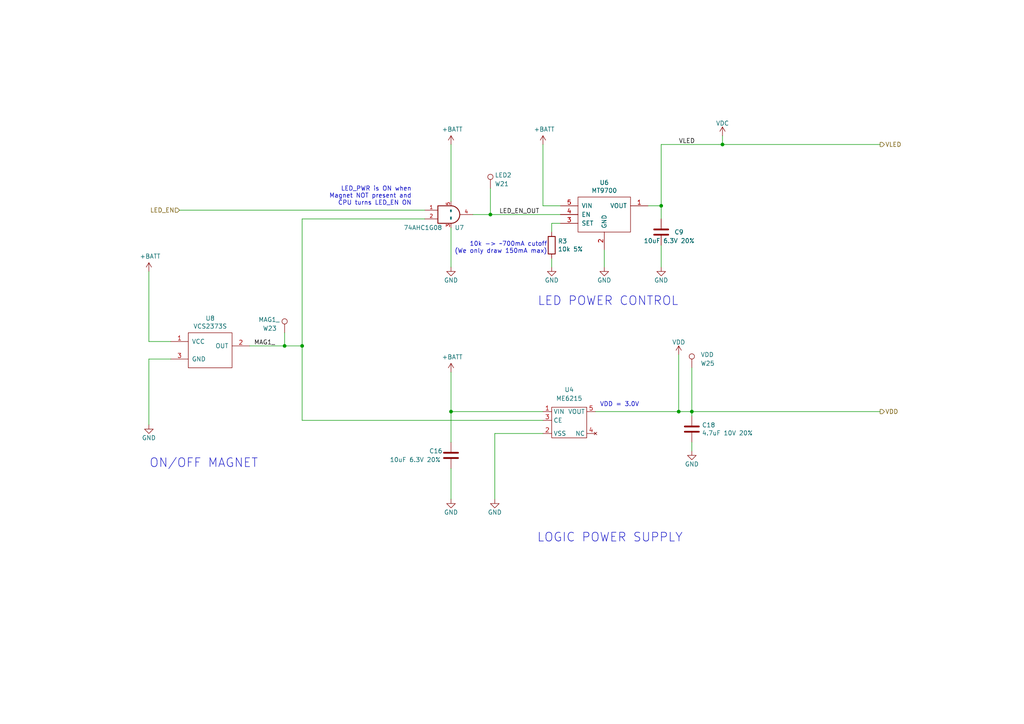
<source format=kicad_sch>
(kicad_sch (version 20230121) (generator eeschema)
  (paper "A4")
  (title_block (title "Pixels D20 Schematic, Main") (date "2022-08-26") (rev "13") (company "Systemic Games, LLC") (comment 1 "Power Regulation"))
  (lib_symbols
    (symbol "Device:C" (pin_numbers hide) (pin_names (offset 0.254))
      (property "Reference" "C" (at 0.635 2.54 0))
      (property "Value" "C" (at 0.635 -2.54 0))
      (symbol "C_0_1"
        (polyline (pts (xy -2.032 -0.762) (xy 2.032 -0.762)) (stroke (width 0.508)))
        (polyline (pts (xy -2.032 0.762) (xy 2.032 0.762)) (stroke (width 0.508)))
      )
      (symbol "C_1_1"
        (pin passive line (at 0 3.81 270) (length 2.794) (name "~") (number "1"))
        (pin passive line (at 0 -3.81 90) (length 2.794) (name "~") (number "2"))
      )
    )
    (symbol "Device:R" (pin_numbers hide) (pin_names (offset 0))
      (property "Reference" "R" (at 2.032 0 90))
      (property "Value" "R" (at 0 0 90))
      (symbol "R_0_1"
        (rectangle (start -1.016 -2.54) (end 1.016 2.54) (stroke (width 0.254)))
      )
      (symbol "R_1_1"
        (pin passive line (at 0 3.81 270) (length 1.27) (name "~") (number "1"))
        (pin passive line (at 0 -3.81 90) (length 1.27) (name "~") (number "2"))
      )
    )
    (symbol "Pixels-dice:74AHC1G08" (pin_names (offset 1.016))
      (property "Reference" "U" (at -2.54 3.81 0))
      (property "Value" "74AHC1G08" (at 0 -3.81 0))
      (symbol "74AHC1G08_0_1"
        (arc (start 0 -2.54) (mid 2.529 0) (end 0 2.54) (stroke (width 0.254)))
        (polyline (pts (xy 0 -2.54) (xy -3.81 -2.54) (xy -3.81 2.54) (xy 0 2.54)) (stroke (width 0.254)))
      )
      (symbol "74AHC1G08_1_1"
        (pin input line (at -7.62 1.27 0) (length 3.81) (name "~") (number "1"))
        (pin input line (at -7.62 -1.27 0) (length 3.81) (name "~") (number "2"))
        (pin power_in line (at 0 -3.81 90) (length 1.27) (name "GND") (number "3"))
        (pin output line (at 6.35 0 180) (length 3.81) (name "~") (number "4"))
        (pin power_in line (at 0 3.81 270) (length 1.27) (name "VCC") (number "5"))
      )
    )
    (symbol "Pixels-dice:ME6215"
      (property "Reference" "U" (at 3.175 -6.35 0))
      (property "Value" "ME6215" (at 0 5.08 0))
      (symbol "ME6215_0_1"
        (rectangle (start -5.08 3.81) (end 5.08 -5.08))
      )
      (symbol "ME6215_1_1"
        (pin power_in line (at -7.62 2.54 0) (length 2.54) (name "VIN") (number "1"))
        (pin power_in line (at -7.62 -3.81 0) (length 2.54) (name "VSS") (number "2"))
        (pin input line (at -7.62 0 0) (length 2.54) (name "CE") (number "3"))
        (pin no_connect line (at 7.62 -3.81 180) (length 2.54) (name "NC") (number "4"))
        (pin power_out line (at 7.62 2.54 180) (length 2.54) (name "VOUT") (number "5"))
      )
    )
    (symbol "Pixels-dice:MT9700" (pin_names (offset 1.016))
      (property "Reference" "U" (at 6.35 -6.35 0))
      (property "Value" "MT9700" (at 0 6.35 0))
      (symbol "MT9700_0_1"
        (rectangle (start -7.62 5.08) (end 7.62 -5.08))
      )
      (symbol "MT9700_1_1"
        (pin power_out line (at 12.7 2.54 180) (length 5.08) (name "VOUT") (number "1"))
        (pin power_in line (at 0 -10.16 90) (length 5.08) (name "GND") (number "2"))
        (pin input line (at -12.7 -2.54 0) (length 5.08) (name "SET") (number "3"))
        (pin input line (at -12.7 0 0) (length 5.08) (name "EN") (number "4"))
        (pin power_in line (at -12.7 2.54 0) (length 5.08) (name "VIN") (number "5"))
      )
    )
    (symbol "Pixels-dice:TEST_1P-conn" (pin_numbers hide) (pin_names (offset 0.762) hide)
      (property "Reference" "W" (at 0 6.858 0))
      (property "Value" "TEST_1P-conn" (at 0 5.08 0))
      (symbol "TEST_1P-conn_0_1"
        (circle (center 0 3.302) (radius 0.762))
      )
      (symbol "TEST_1P-conn_1_1"
        (pin passive line (at 0 0 90) (length 2.54) (name "1") (number "1"))
      )
    )
    (symbol "Pixels-dice:TMR1366" (pin_names (offset 1.016))
      (property "Reference" "U" (at 3.81 -6.35 0))
      (property "Value" "TMR1366" (at 0 6.35 0))
      (symbol "TMR1366_1_1"
        (rectangle (start -6.35 5.08) (end 6.35 -5.08))
        (pin power_in line (at -11.43 2.54 0) (length 5.08) (name "VCC") (number "1"))
        (pin output line (at 11.43 1.27 180) (length 5.08) (name "OUT") (number "2"))
        (pin power_in line (at -11.43 -2.54 0) (length 5.08) (name "GND") (number "3"))
      )
    )
    (symbol "power:+BATT" (power) (pin_names (offset 0))
      (property "Value" "+BATT" (at 0 3.556 0))
      (symbol "+BATT_0_1"
        (polyline (pts (xy -0.762 1.27) (xy 0 2.54)))
        (polyline (pts (xy 0 0) (xy 0 2.54)))
        (polyline (pts (xy 0 2.54) (xy 0.762 1.27)))
      )
      (symbol "+BATT_1_1"
        (pin power_in line (at 0 0 90) (length 0) hide (name "+BATT") (number "1"))
      )
    )
    (symbol "power:GND" (power) (pin_names (offset 0))
      (property "Value" "GND" (at 0 -3.81 0))
      (symbol "GND_0_1"
        (polyline (pts (xy 0 0) (xy 0 -1.27) (xy 1.27 -1.27) (xy 0 -2.54) (xy -1.27 -1.27) (xy 0 -1.27)))
      )
      (symbol "GND_1_1"
        (pin power_in line (at 0 0 270) (length 0) hide (name "GND") (number "1"))
      )
    )
    (symbol "power:VDC" (power) (pin_names (offset 0))
      (property "Value" "VDC" (at 0 6.35 0))
      (symbol "VDC_0_1"
        (polyline (pts (xy -0.762 1.27) (xy 0 2.54)))
        (polyline (pts (xy 0 0) (xy 0 2.54)))
        (polyline (pts (xy 0 2.54) (xy 0.762 1.27)))
      )
      (symbol "VDC_1_1"
        (pin power_in line (at 0 0 90) (length 0) hide (name "VDC") (number "1"))
      )
    )
    (symbol "power:VDD" (power) (pin_names (offset 0))
      (property "Value" "VDD" (at 0 3.81 0))
      (symbol "VDD_0_1"
        (polyline (pts (xy -0.762 1.27) (xy 0 2.54)))
        (polyline (pts (xy 0 0) (xy 0 2.54)))
        (polyline (pts (xy 0 2.54) (xy 0.762 1.27)))
      )
      (symbol "VDD_1_1"
        (pin power_in line (at 0 0 90) (length 0) hide (name "VDD") (number "1"))
      )
    )
  )
  (junction (at 142.24 62.23))
  (junction (at 209.55 41.91))
  (junction (at 200.66 119.38))
  (junction (at 196.85 119.38))
  (junction (at 87.63 100.33))
  (junction (at 82.55 100.33))
  (junction (at 191.77 59.69))
  (junction (at 130.81 119.38))
  (wire (pts (xy 200.66 119.38) (xy 200.66 120.65)))
  (wire (pts (xy 87.63 100.33) (xy 82.55 100.33)))
  (wire (pts (xy 43.18 78.74) (xy 43.18 99.06)))
  (wire (pts (xy 49.53 104.14) (xy 43.18 104.14)))
  (wire (pts (xy 255.27 41.91) (xy 209.55 41.91)))
  (wire (pts (xy 175.26 72.39) (xy 175.26 77.47)))
  (wire (pts (xy 200.66 106.68) (xy 200.66 119.38)))
  (wire (pts (xy 52.07 60.96) (xy 123.19 60.96)))
  (wire (pts (xy 87.63 121.92) (xy 157.48 121.92)))
  (wire (pts (xy 43.18 104.14) (xy 43.18 123.19)))
  (wire (pts (xy 157.48 125.73) (xy 143.51 125.73)))
  (wire (pts (xy 196.85 102.87) (xy 196.85 119.38)))
  (wire (pts (xy 200.66 119.38) (xy 255.27 119.38)))
  (wire (pts (xy 191.77 63.5) (xy 191.77 59.69)))
  (wire (pts (xy 209.55 41.91) (xy 191.77 41.91)))
  (wire (pts (xy 130.81 128.27) (xy 130.81 119.38)))
  (wire (pts (xy 162.56 59.69) (xy 157.48 59.69)))
  (wire (pts (xy 143.51 125.73) (xy 143.51 144.78)))
  (wire (pts (xy 87.63 63.5) (xy 87.63 100.33)))
  (wire (pts (xy 130.81 107.95) (xy 130.81 119.38)))
  (wire (pts (xy 130.81 66.04) (xy 130.81 77.47)))
  (wire (pts (xy 43.18 99.06) (xy 49.53 99.06)))
  (wire (pts (xy 130.81 41.91) (xy 130.81 58.42)))
  (wire (pts (xy 142.24 62.23) (xy 162.56 62.23)))
  (wire (pts (xy 209.55 39.37) (xy 209.55 41.91)))
  (wire (pts (xy 162.56 64.77) (xy 160.02 64.77)))
  (wire (pts (xy 160.02 74.93) (xy 160.02 77.47)))
  (wire (pts (xy 137.16 62.23) (xy 142.24 62.23)))
  (wire (pts (xy 172.72 119.38) (xy 196.85 119.38)))
  (wire (pts (xy 82.55 100.33) (xy 72.39 100.33)))
  (wire (pts (xy 160.02 64.77) (xy 160.02 67.31)))
  (wire (pts (xy 196.85 119.38) (xy 200.66 119.38)))
  (wire (pts (xy 187.96 59.69) (xy 191.77 59.69)))
  (wire (pts (xy 87.63 100.33) (xy 87.63 121.92)))
  (wire (pts (xy 157.48 41.91) (xy 157.48 59.69)))
  (wire (pts (xy 200.66 128.27) (xy 200.66 130.81)))
  (wire (pts (xy 142.24 54.61) (xy 142.24 62.23)))
  (wire (pts (xy 191.77 41.91) (xy 191.77 59.69)))
  (wire (pts (xy 82.55 96.52) (xy 82.55 100.33)))
  (wire (pts (xy 87.63 63.5) (xy 123.19 63.5)))
  (wire (pts (xy 130.81 119.38) (xy 157.48 119.38)))
  (wire (pts (xy 191.77 71.12) (xy 191.77 77.47)))
  (wire (pts (xy 130.81 135.89) (xy 130.81 144.78)))
  (text "LOGIC POWER SUPPLY" (at 198.12 157.48 0) (effects (font (size 2.54 2.54)) (justify right bottom)))
  (text "ON/OFF MAGNET" (at 74.93 135.89 0) (effects (font (size 2.54 2.54)) (justify right bottom)))
  (text "LED_PWR is ON when\nMagnet NOT present and\nCPU turns LED_EN ON" (at 119.38 59.69 0) (effects (font (size 1.27 1.27)) (justify right bottom)))
  (text "LED POWER CONTROL" (at 196.85 88.9 0) (effects (font (size 2.54 2.54)) (justify right bottom)))
  (text "VDD = 3.0V" (at 185.42 118.11 0) (effects (font (size 1.27 1.27)) (justify right bottom)))
  (text "10k -> ~700mA cutoff\n(We only draw 150mA max)" (at 158.75 73.66 0) (effects (font (size 1.27 1.27)) (justify right bottom)))
  (label "MAG1_" (at 73.66 100.33 0))
  (label "VLED" (at 196.85 41.91 0))
  (label "LED_EN_OUT" (at 144.78 62.23 0))
  (hierarchical_label "LED_EN" (shape input) (at 52.07 60.96 180))
  (hierarchical_label "VDD" (shape output) (at 255.27 119.38 0))
  (hierarchical_label "VLED" (shape output) (at 255.27 41.91 0))
  (symbol (lib_id "Pixels-dice:TEST_1P-conn") (at 142.24 54.61 0) (unit 1) (in_bom no)
    (property "Reference" "W21" (at 143.51 53.34 0) (effects (justify left)))
    (property "Value" "LED2" (at 143.51 50.8 0) (effects (justify left)))
    (property "Footprint" "Pixels-dice:TEST_PIN" (effects hide))
    (property "Generic OK" "N/A" (effects hide))
  )
  (symbol (lib_id "power:+BATT") (at 157.48 41.91 0) (unit 1)
    (property "Reference" "#PWR033" (effects hide))
    (property "Value" "+BATT" (at 157.861 37.5158 0))
  )
  (symbol (lib_id "Device:C") (at 200.66 124.46 0) (unit 1)
    (property "Reference" "C18" (at 203.581 123.2916 0) (effects (justify left)))
    (property "Value" "4.7uF 10V 20%" (at 203.581 125.603 0) (effects (justify left)))
    (property "Footprint" "Pixels-dice:C_0402_1005Metric" (effects hide))
    (property "Generic OK" "YES" (effects hide))
    (property "Pixels Part Number" "SMD-C002" (effects hide))
    (property "Manufacturer" "Murata" (effects hide))
    (property "Manufacturer Part Number" "GRM155R61A475MEAAJ" (effects hide))
  )
  (symbol (lib_id "power:GND") (at 200.66 130.81 0) (unit 1)
    (property "Reference" "#PWR028" (effects hide))
    (property "Value" "GND" (at 200.66 134.62 0))
  )
  (symbol (lib_id "power:GND") (at 130.81 144.78 0) (unit 1)
    (property "Reference" "#PWR029" (effects hide))
    (property "Value" "GND" (at 130.81 148.59 0))
  )
  (symbol (lib_id "power:GND") (at 175.26 77.47 0) (unit 1)
    (property "Reference" "#PWR038" (effects hide))
    (property "Value" "GND" (at 175.26 81.28 0))
  )
  (symbol (lib_id "power:GND") (at 43.18 123.19 0) (unit 1)
    (property "Reference" "#PWR039" (effects hide))
    (property "Value" "GND" (at 43.18 127 0))
  )
  (symbol (lib_id "Device:C") (at 130.81 132.08 0) (unit 1)
    (property "Reference" "C16" (at 124.46 130.81 0) (effects (justify left)))
    (property "Value" "10uF 6.3V 20%" (at 113.03 133.35 0) (effects (justify left)))
    (property "Footprint" "Pixels-dice:C_0402_1005Metric" (effects hide))
    (property "Generic OK" "YES" (effects hide))
    (property "Pixels Part Number" "SMD-C002" (effects hide))
    (property "Manufacturer" "Murata" (effects hide))
    (property "Manufacturer Part Number" "GRM155R60J106ME05D" (effects hide))
  )
  (symbol (lib_id "power:+BATT") (at 130.81 107.95 0) (unit 1)
    (property "Reference" "#PWR025" (effects hide))
    (property "Value" "+BATT" (at 131.191 103.5558 0))
  )
  (symbol (lib_id "power:+BATT") (at 43.18 78.74 0) (unit 1)
    (property "Reference" "#PWR036" (effects hide))
    (property "Value" "+BATT" (at 43.561 74.3458 0))
  )
  (symbol (lib_id "Pixels-dice:TEST_1P-conn") (at 82.55 96.52 0) (unit 1) (in_bom no)
    (property "Reference" "W23" (at 76.2 95.25 0) (effects (justify left)))
    (property "Value" "MAG1_" (at 74.93 92.71 0) (effects (justify left)))
    (property "Footprint" "Pixels-dice:TEST_PIN" (effects hide))
    (property "Generic OK" "N/A" (effects hide))
  )
  (symbol (lib_id "Pixels-dice:74AHC1G08") (at 130.81 62.23 0) (unit 1)
    (property "Reference" "U7" (at 134.62 66.04 0) (effects (justify right)))
    (property "Value" "74AHC1G08" (at 128.27 66.04 0) (effects (justify right)))
    (property "Footprint" "Pixels-dice:SOT-353_SC-70-5" (effects hide))
    (property "Generic OK" "YES" (effects hide))
    (property "Manufacturer" "UMW(Youtai Semiconductor Co., Ltd.)" (effects hide))
    (property "Manufacturer Part Number" "SN74LVC1G08DCKR" (effects hide))
    (property "Pixels Part Number" "SMD-U007" (effects hide))
  )
  (symbol (lib_id "power:+BATT") (at 130.81 41.91 0) (unit 1)
    (property "Reference" "#PWR020" (effects hide))
    (property "Value" "+BATT" (at 131.191 37.5158 0))
  )
  (symbol (lib_id "power:GND") (at 130.81 77.47 0) (unit 1)
    (property "Reference" "#PWR034" (effects hide))
    (property "Value" "GND" (at 130.81 81.28 0))
  )
  (symbol (lib_id "Pixels-dice:TEST_1P-conn") (at 200.66 106.68 0) (unit 1) (in_bom no)
    (property "Reference" "W25" (at 203.2 105.41 0) (effects (justify left)))
    (property "Value" "VDD" (at 203.2 102.87 0) (effects (justify left)))
    (property "Footprint" "Pixels-dice:TEST_PIN" (effects hide))
    (property "Generic OK" "N/A" (effects hide))
  )
  (symbol (lib_id "Pixels-dice:TMR1366") (at 60.96 101.6 0) (unit 1)
    (property "Reference" "U8" (at 60.96 92.329 0))
    (property "Value" "VCS2373S" (at 60.96 94.6404 0))
    (property "Footprint" "Package_TO_SOT_SMD:SOT-23" (effects hide))
    (property "Generic OK" "NO" (effects hide))
    (property "Manufacturer" "HUAXIN" (effects hide))
    (property "Manufacturer Part Number" "VCS2373S" (effects hide))
    (property "Pixels Part Number" "SMD-U008-ALT8" (effects hide))
  )
  (symbol (lib_id "Device:C") (at 191.77 67.31 0) (unit 1)
    (property "Reference" "C9" (at 195.58 67.31 0) (effects (justify left)))
    (property "Value" "10uF 6.3V 20%" (at 186.69 69.85 0) (effects (justify left)))
    (property "Footprint" "Pixels-dice:C_0402_1005Metric" (effects hide))
    (property "Generic OK" "YES" (effects hide))
    (property "Pixels Part Number" "SMD-C002" (effects hide))
    (property "Manufacturer" "Murata" (effects hide))
    (property "Manufacturer Part Number" "GRM155R60J106ME05D" (effects hide))
  )
  (symbol (lib_id "power:GND") (at 191.77 77.47 0) (unit 1)
    (property "Reference" "#PWR0142" (effects hide))
    (property "Value" "GND" (at 191.77 81.28 0))
  )
  (symbol (lib_id "Pixels-dice:MT9700") (at 175.26 62.23 0) (unit 1)
    (property "Reference" "U6" (at 175.26 52.959 0))
    (property "Value" "MT9700" (at 175.26 55.2704 0))
    (property "Footprint" "Pixels-dice:SOT-23-5" (effects hide))
    (property "Manufacturer" "XI'AN Aerosemi Tech" (effects hide))
    (property "Manufacturer Part Number" "MT9700" (effects hide))
    (property "Pixels Part Number" "SMD-U006-ALT2" (effects hide))
    (property "Generic OK" "NO" (effects hide))
  )
  (symbol (lib_id "Device:R") (at 160.02 71.12 0) (unit 1)
    (property "Reference" "R3" (at 161.798 69.9516 0) (effects (justify left)))
    (property "Value" "10k 5%" (at 161.798 72.263 0) (effects (justify left)))
    (property "Footprint" "Pixels-dice:R_0402_1005Metric" (effects hide))
    (property "Generic OK" "YES" (effects hide))
    (property "Manufacturer" "UNI-ROYAL(Uniroyal Elec)" (effects hide))
    (property "Manufacturer Part Number" "0402WGJ0103TCE" (effects hide))
    (property "Pixels Part Number" "SMD-R002" (effects hide))
  )
  (symbol (lib_id "power:GND") (at 160.02 77.47 0) (unit 1)
    (property "Reference" "#PWR0101" (effects hide))
    (property "Value" "GND" (at 160.02 81.28 0))
  )
  (symbol (lib_id "power:VDC") (at 209.55 39.37 0) (unit 1)
    (property "Reference" "#PWR026" (effects hide))
    (property "Value" "VDC" (at 209.55 35.7655 0))
  )
  (symbol (lib_id "power:GND") (at 143.51 144.78 0) (unit 1)
    (property "Reference" "#PWR031" (effects hide))
    (property "Value" "GND" (at 143.51 148.59 0))
  )
  (symbol (lib_id "Pixels-dice:ME6215") (at 165.1 121.92 0) (unit 1)
    (property "Reference" "U4" (at 165.1 113.03 0))
    (property "Value" "ME6215" (at 165.1 115.57 0))
    (property "Footprint" "Pixels-dice:SOT-23-5" (effects hide))
    (property "Generic OK" "NO" (effects hide))
    (property "Manufacturer" "MICRONE(Nanjing Micro One Elec)" (effects hide))
    (property "Manufacturer Part Number" "ME6215C30M5G" (effects hide))
  )
  (symbol (lib_id "power:VDD") (at 196.85 102.87 0) (unit 1)
    (property "Reference" "#PWR027" (effects hide))
    (property "Value" "VDD" (at 196.85 99.2655 0))
  )
)
</source>
